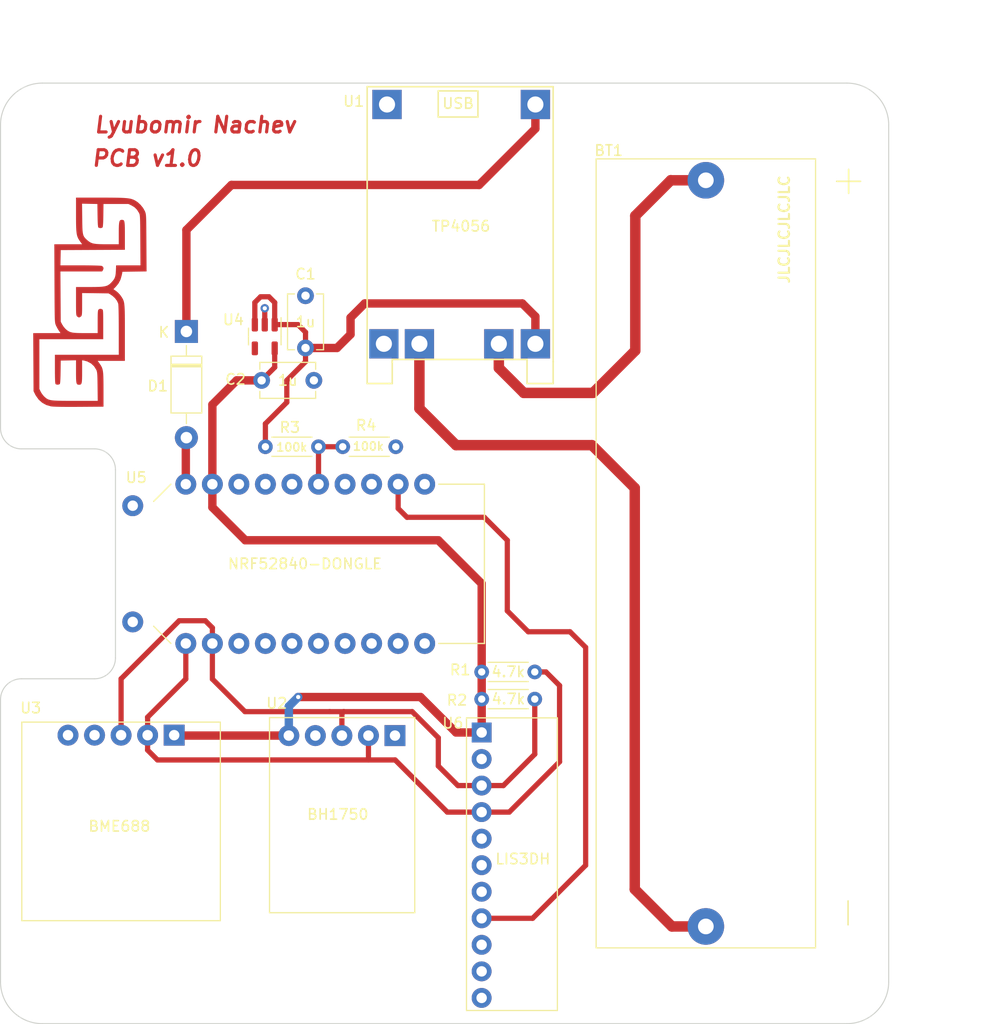
<source format=kicad_pcb>
(kicad_pcb (version 20211014) (generator pcbnew)
  (layers (0 "F.Cu" signal) (31 "B.Cu" power) (34 "B.Paste" user) (35 "F.Paste" user) (36 "B.SilkS" user "B.Silkscreen") (37 "F.SilkS" user "F.Silkscreen") (38 "B.Mask" user) (39 "F.Mask" user) (44 "Edge.Cuts" user))
  (net 0 "")
  (net 1 "VCC")
  (net 2 "GNDD")
  (net 3 "+3V0")
  (net 4 "Net-(D1-Pad1)")
  (net 5 "VBUS")
  (net 6 "/SDA")
  (net 7 "/SCL")
  (net 8 "Net-(R3-Pad2)")
  (net 14 "/INT1")
  (net 32 "Net-(BT1-Pad1)")
  (net 33 "Net-(BT1-Pad2)")
  (footprint "MountingHole:MountingHole_2.5mm" (layer "F.Cu") (at 104 146)
    (fp_text reference "H4" hide)
    (fp_text value "MountingHole" hide)
    (pad "" np_thru_hole circle locked (at 0 0) (size 2.5 2.5) (drill 2.5) (layers F&B.Cu *.Mask))
  )
  (footprint "MountingHole:MountingHole_2.5mm" (layer "F.Cu") (at 104 64)
    (fp_text reference "H1" hide)
    (fp_text value "MountingHole" hide)
    (pad "" np_thru_hole circle locked (at 0 0) (size 2.5 2.5) (drill 2.5) (layers F&B.Cu *.Mask))
  )
  (footprint "custom:Slot" (layer "F.Cu") (at 152.5 106)
    (fp_text reference "H5" hide)
    (fp_text value "MountingHole" hide)
    (pad "" np_thru_hole oval (at 0 0) (size 3 7) (drill oval 3 7) (layers F&B.Cu *.Mask))
  )
  (footprint "Capacitor_THT:C_Disc_D5.1mm_W3.2mm_P5.00mm" (layer "F.Cu") (at 124.988 88.446)
    (fp_text reference "C2" (at -2.5 -0.1) (layer "F.SilkS"))
    (fp_text value "1u" (at 2.5 0) (layer "F.SilkS"))
    (fp_line (start -0.17 -1.721) (end 5.17 -1.721) (layer "F.SilkS") (width 0.12))
    (fp_line (start -0.17 1.055) (end -0.17 1.721) (layer "F.SilkS") (width 0.12))
    (fp_line (start -0.17 -1.721) (end -0.17 -1.055) (layer "F.SilkS") (width 0.12))
    (fp_line (start 5.17 1.055) (end 5.17 1.721) (layer "F.SilkS") (width 0.12))
    (fp_line (start -0.17 1.721) (end 5.17 1.721) (layer "F.SilkS") (width 0.12))
    (fp_line (start 5.17 -1.721) (end 5.17 -1.055) (layer "F.SilkS") (width 0.12))
    (pad "1" thru_hole circle locked (at 0 0) (size 1.6 1.6) (drill 0.8) (layers F&B.Cu *.Mask) (net 3 "+3V0"))
    (pad "2" thru_hole circle locked (at 5 0) (size 1.6 1.6) (drill 0.8) (layers F&B.Cu *.Mask) (net 2 "GNDD"))
  )
  (footprint "Package_TO_SOT_SMD:SOT-23-5" (layer "F.Cu") (at 125.288 84.246 -90)
    (fp_text reference "U4" (at -1.6 3) (layer "F.SilkS"))
    (fp_text value "BU30TD3WG" hide)
    (fp_line (start 0 -1.56) (end -1.8 -1.56) (layer "F.SilkS") (width 0.12))
    (fp_line (start 0 1.56) (end -0.8 1.56) (layer "F.SilkS") (width 0.12))
    (fp_line (start 0 -1.56) (end 0.8 -1.56) (layer "F.SilkS") (width 0.12))
    (fp_line (start 0 1.56) (end 0.8 1.56) (layer "F.SilkS") (width 0.12))
    (pad "1" smd roundrect locked (at -1.1375 -0.95 270) (size 1.325 0.6) (layers "F.Cu" "F.Paste" "F.Mask") (net 1 "VCC"))
    (pad "2" smd roundrect locked (at -1.1375 0 270) (size 1.325 0.6) (layers "F.Cu" "F.Paste" "F.Mask") (net 2 "GNDD"))
    (pad "3" smd roundrect locked (at -1.1375 0.95 270) (size 1.325 0.6) (layers "F.Cu" "F.Paste" "F.Mask") (net 1 "VCC"))
    (pad "4" smd roundrect locked (at 1.1375 0.95 270) (size 1.325 0.6) (layers "F.Cu" "F.Paste" "F.Mask"))
    (pad "5" smd roundrect locked (at 1.1375 -0.95 270) (size 1.325 0.6) (layers "F.Cu" "F.Paste" "F.Mask") (net 3 "+3V0"))
  )
  (footprint "custom:LIS3DH" (layer "F.Cu") (at 153.293 120.741 -90)
    (fp_text reference "U6" (at 0.505 10.005 unlocked) (layer "F.SilkS"))
    (fp_text value "LIS3DH" (at 13.505 3.305 unlocked) (layer "F.SilkS"))
    (fp_line (start 28 8.7) (end 28 0) (layer "F.SilkS") (width 0.12))
    (fp_line (start 0 8.7) (end 28 8.7) (layer "F.SilkS") (width 0.12))
    (fp_line (start 0 0) (end 28 0) (layer "F.SilkS") (width 0.12))
    (fp_line (start 0 0) (end 0 8.7) (layer "F.SilkS") (width 0.12))
    (pad "1" thru_hole rect locked (at 1.397 7.25) (size 1.9 1.9) (drill 1) (layers *.Cu *.Mask) (net 3 "+3V0"))
    (pad "2" thru_hole circle locked (at 3.937 7.25) (size 1.9 1.9) (drill 1) (layers *.Cu *.Mask) (net 2 "GNDD"))
    (pad "3" thru_hole circle locked (at 6.477 7.25) (size 1.9 1.9) (drill 1) (layers *.Cu *.Mask) (net 7 "/SCL"))
    (pad "4" thru_hole circle locked (at 9.017 7.25) (size 1.9 1.9) (drill 1) (layers *.Cu *.Mask) (net 6 "/SDA"))
    (pad "5" thru_hole circle locked (at 11.557 7.25) (size 1.9 1.9) (drill 1) (layers *.Cu *.Mask))
    (pad "6" thru_hole circle locked (at 14.097 7.25) (size 1.9 1.9) (drill 1) (layers *.Cu *.Mask))
    (pad "7" thru_hole circle locked (at 16.637 7.25) (size 1.9 1.9) (drill 1) (layers *.Cu *.Mask))
    (pad "8" thru_hole circle locked (at 19.177 7.25) (size 1.9 1.9) (drill 1) (layers *.Cu *.Mask) (net 14 "/INT1"))
    (pad "9" thru_hole circle locked (at 21.717 7.25) (size 1.9 1.9) (drill 1) (layers *.Cu *.Mask))
    (pad "10" thru_hole circle locked (at 24.257 7.25) (size 1.9 1.9) (drill 1) (layers *.Cu *.Mask))
    (pad "11" thru_hole circle locked (at 26.797 7.25) (size 1.9 1.9) (drill 1) (layers *.Cu *.Mask))
  )
  (footprint "custom:BH1750" (layer "F.Cu") (at 139.643 139.3855 180)
    (fp_text reference "U2" (at 13.205 20.0395 unlocked) (layer "F.SilkS"))
    (fp_text value "BH1750" (at 7.363 9.409 unlocked) (layer "F.SilkS"))
    (fp_line (start 13.9 0) (end 13.9 18.669) (layer "F.SilkS") (width 0.12))
    (fp_line (start 0 0) (end 0 18.669) (layer "F.SilkS") (width 0.12))
    (fp_line (start 0 0) (end 13.9 0) (layer "F.SilkS") (width 0.12))
    (fp_line (start 0 18.669) (end 13.9 18.669) (layer "F.SilkS") (width 0.12))
    (pad "1" thru_hole rect locked (at 1.893 16.95 270) (size 2 2) (drill 1) (layers *.Cu *.Mask))
    (pad "2" thru_hole oval locked (at 4.433 16.95 270) (size 2 2) (drill 1) (layers *.Cu *.Mask) (net 6 "/SDA"))
    (pad "3" thru_hole oval locked (at 6.973 16.95 270) (size 2 2) (drill 1) (layers *.Cu *.Mask) (net 7 "/SCL"))
    (pad "4" thru_hole oval locked (at 9.513 16.95 270) (size 2 2) (drill 1) (layers *.Cu *.Mask) (net 2 "GNDD"))
    (pad "5" thru_hole oval locked (at 12.053 16.95 270) (size 2 2) (drill 1) (layers *.Cu *.Mask) (net 3 "+3V0"))
  )
  (footprint "custom:BHC-18650-1P" (layer "F.Cu") (at 167.5 105 -90)
    (fp_text reference "BT1" (at -38.55 9.3 unlocked) (layer "F.SilkS"))
    (fp_text value "3.7V Li-ion")
    (fp_text user "+" (at -35.6 -13.9 -90 unlocked) (layer "F.SilkS") (effects (font (size 3 3))))
    (fp_text user "-" (at 34.4 -13.85 -90 unlocked) (layer "F.SilkS") (effects (font (size 3 3))))
    (fp_line (start -37.75 10.5) (end -37.75 -10.5) (layer "F.SilkS") (width 0.12))
    (fp_line (start -37.75 -10.5) (end 37.75 -10.5) (layer "F.SilkS") (width 0.12))
    (fp_line (start 37.75 10.5) (end 37.75 -10.5) (layer "F.SilkS") (width 0.12))
    (fp_line (start -37.75 10.5) (end 37.75 10.5) (layer "F.SilkS") (width 0.12))
    (pad "" np_thru_hole circle (at -27 0 270) (size 3 3) (drill 3) (layers F&B.Cu *.Mask))
    (pad "" np_thru_hole circle (at 27 0 270) (size 3 3) (drill 3) (layers F&B.Cu *.Mask))
    (pad "1" thru_hole oval (at -35.7 0 270) (size 3.5 3.5) (drill 1.5) (layers *.Cu *.Mask) (net 32 "Net-(BT1-Pad1)"))
    (pad "2" thru_hole oval (at 35.7 0 270) (size 3.5 3.5) (drill 1.5) (layers *.Cu *.Mask) (net 33 "Net-(BT1-Pad2)"))
  )
  (footprint "MountingHole:MountingHole_2.5mm" (layer "F.Cu") (at 181 146)
    (fp_text reference "H3" hide)
    (fp_text value "MountingHole" hide)
    (pad "" np_thru_hole circle locked (at 0 0) (size 2.5 2.5) (drill 2.5) (layers F&B.Cu *.Mask))
  )
  (footprint "Resistor_THT:R_Axial_DIN0204_L3.6mm_D1.6mm_P5.08mm_Horizontal" (layer "F.Cu") (at 151.128 118.946 180)
    (fp_text reference "R2" (at 7.44 -0.1 180) (layer "F.SilkS"))
    (fp_text value "4.7k" (at 2.526 0.012) (layer "F.SilkS"))
    (fp_line (start 0.62 -0.92) (end 4.46 -0.92) (layer "F.SilkS") (width 0.12))
    (fp_line (start 0.62 0.92) (end 4.46 0.92) (layer "F.SilkS") (width 0.12))
    (pad "1" thru_hole circle locked (at 0 0 180) (size 1.4 1.4) (drill 0.7) (layers *.Cu *.Mask) (net 7 "/SCL"))
    (pad "2" thru_hole oval locked (at 5.08 0 180) (size 1.4 1.4) (drill 0.7) (layers *.Cu *.Mask) (net 3 "+3V0"))
  )
  (footprint "MountingHole:MountingHole_2.5mm" (layer "F.Cu") (at 181 64)
    (fp_text reference "H2" hide)
    (fp_text value "MountingHole" hide)
    (pad "" np_thru_hole circle locked (at 0 0) (size 2.5 2.5) (drill 2.5) (layers F&B.Cu *.Mask))
  )
  (footprint "LOGO" (layer "F.Cu") (at 108.5 81 90)
    (fp_text reference "G***" hide)
    (fp_text value "LOGO" hide)
    (fp_poly (pts (xy -2.922594 -2.758074) (xy -2.675187 -2.928295) (xy -2.472794 -3.052527) (xy -2.247305 -3.169709) (xy -2.157091 -3.209822) (xy -2.102394 -3.231309) (xy -2.04506 -3.24988) (xy -1.977224 -3.265785) (xy -1.89102 -3.279272) (xy -1.778584 -3.29059) (xy -1.632051 -3.299988) (xy -1.443555 -3.307714) (xy -1.205231 -3.314018) (xy -0.909213 -3.319147) (xy -0.547638 -3.323351) (xy -0.11264 -3.326879) (xy 0.403647 -3.329979) (xy 1.009087 -3.3329) (xy 1.711546 -3.33589) (xy 1.846548 -3.336445) (xy 5.579498 -3.351761) (xy 5.579498 -0.690972) (xy 5.846631 -0.882888) (xy 5.995273 -0.984915) (xy 6.137142 -1.067652) (xy 6.285265 -1.133098) (xy 6.452667 -1.183256) (xy 6.652372 -1.220127) (xy 6.897406 -1.245712) (xy 7.200795 -1.262013) (xy 7.575564 -1.271031) (xy 8.034738 -1.274768) (xy 8.40055 -1.275314) (xy 10.043096 -1.275314) (xy 10.042694 1.049477) (xy 10.041809 1.676638) (xy 10.038866 2.207705) (xy 10.03309 2.652854) (xy 10.0237 3.022262) (xy 10.00992 3.326101) (xy 9.990971 3.57455) (xy 9.966075 3.777781) (xy 9.934454 3.945972) (xy 9.895329 4.089297) (xy 9.847923 4.217931) (xy 9.791458 4.342051) (xy 9.790797 4.343401) (xy 9.609352 4.625099) (xy 9.356115 4.899635) (xy 9.063172 5.137398) (xy 8.762609 5.308779) (xy 8.729766 5.322587) (xy 8.659571 5.350268) (xy 8.591422 5.373546) (xy 8.515772 5.39286) (xy 8.423074 5.408651) (xy 8.303782 5.421359) (xy 8.148351 5.431423) (xy 7.947232 5.439283) (xy 7.690881 5.445379) (xy 7.36975 5.450152) (xy 6.974294 5.45404) (xy 6.494965 5.457485) (xy 5.922218 5.460925) (xy 5.700101 5.462197) (xy 2.977817 5.477741) (xy 2.949163 3.170971) (xy 2.612041 3.102236) (xy 2.18698 2.979408) (xy 1.827231 2.791804) (xy 1.531765 2.551662) (xy 1.277304 2.306394) (xy 1.10361 2.564288) (xy 0.954144 2.744207) (xy 0.756526 2.927751) (xy 0.619019 3.031333) (xy 0.500396 3.110399) (xy 0.392212 3.177296) (xy 0.284769 3.233041) (xy 0.168366 3.278651) (xy 0.033305 3.315142) (xy -0.130114 3.343532) (xy -0.331591 3.364838) (xy -0.580824 3.380076) (xy -0.887514 3.390263) (xy -1.26136 3.396415) (xy -1.71206 3.399551) (xy -2.249316 3.400686) (xy -2.882825 3.400837) (xy -5.579498 3.400837) (xy -5.579498 0.797248) (xy -5.831904 0.978084) (xy -5.974974 1.076746) (xy -6.109336 1.156562) (xy -6.248082 1.219518) (xy -6.404303 1.2676) (xy -6.591093 1.302795) (xy -6.821543 1.32709) (xy -7.108745 1.34247) (xy -7.465791 1.350923) (xy -7.905774 1.354434) (xy -8.316109 1.355021) (xy -9.963389 1.355021) (xy -9.966955 0.803603) (xy -9.40544 0.803603) (xy -8.037134 0.787052) (xy -7.615333 0.781391) (xy -7.285378 0.775067) (xy -7.03284 0.766922) (xy -6.84329 0.755799) (xy -6.702299 0.740539) (xy -6.595438 0.719986) (xy -6.508278 0.692981) (xy -6.426391 0.658367) (xy -6.424957 0.657705) (xy -6.095152 0.44856) (xy -5.830588 0.163139) (xy -5.643024 -0.182996) (xy -5.5566 -0.491527) (xy -5.521544 -0.690795) (xy -6.609487 -0.690795) (xy -7.006659 -0.692151) (xy -7.310103 -0.698164) (xy -7.532352 -0.711753) (xy -7.685943 -0.735838) (xy -7.783407 -0.773338) (xy -7.83728 -0.827171) (xy -7.860095 -0.900256) (xy -7.864435 -0.983054) (xy -7.858606 -1.07558) (xy -7.832759 -1.146263) (xy -7.774356 -1.198025) (xy -7.670859 -1.233789) (xy -7.509729 -1.256477) (xy -7.278428 -1.26901) (xy -6.964419 -1.274311) (xy -6.610396 -1.275314) (xy -5.523361 -1.275314) (xy -5.538145 -2.005962) (xy -5.552929 -2.736611) (xy -6.638176 -2.751025) (xy -7.049204 -2.759394) (xy -7.376994 -2.772266) (xy -7.615162 -2.789237) (xy -7.757323 -2.809906) (xy -7.793929 -2.823954) (xy -7.850449 -2.928628) (xy -7.860299 -3.073382) (xy -7.822552 -3.202369) (xy -7.80067 -3.230795) (xy -7.745006 -3.252121) (xy -7.620483 -3.268707) (xy -7.419369 -3.280896) (xy -7.133932 -3.289032) (xy -6.756438 -3.293458) (xy -6.365942 -3.29456) (xy -4.994979 -3.29456) (xy -4.994979 2.816318) (xy -2.64362 2.816022) (xy -2.044032 2.814659) (xy -1.511768 2.810826) (xy -1.053402 2.804664) (xy -0.675513 2.796317) (xy -0.384677 2.785926) (xy -0.18747 2.773635) (xy -0.094334 2.760757) (xy 0.160844 2.646258) (xy 0.415289 2.456091) (xy 0.637113 2.216193) (xy 0.716225 2.101468) (xy 0.876778 1.841961) (xy 0.908716 -0.690795) (xy -0.15673 -0.690795) (xy -0.520871 -0.691433) (xy -0.793855 -0.694261) (xy -0.990797 -0.700651) (xy -1.126812 -0.711973) (xy -1.217016 -0.729599) (xy -1.276524 -0.754898) (xy -1.320453 -0.789243) (xy -1.328452 -0.797071) (xy -1.42119 -0.932331) (xy -1.410448 -1.06072) (xy -1.328452 -1.169037) (xy -1.290742 -1.201602) (xy -1.242042 -1.226747) (xy -1.169223 -1.245428) (xy -1.059155 -1.2586) (xy -0.898711 -1.267218) (xy -0.67476 -1.272237) (xy -0.374174 -1.274611) (xy 0.016177 -1.275295) (xy 0.132845 -1.275314) (xy 1.487866 -1.275314) (xy 1.487866 0.024576) (xy 1.489972 0.498445) (xy 1.498269 0.880199) (xy 1.515721 1.183948) (xy 1.545295 1.423804) (xy 1.589956 1.61388) (xy 1.652669 1.768286) (xy 1.736401 1.901134) (xy 1.844116 2.026535) (xy 1.925747 2.108182) (xy 2.125911 2.285321) (xy 2.3123 2.405325) (xy 2.51598 2.480227) (xy 2.768019 2.522059) (xy 3.042154 2.540543) (xy 3.560251 2.562988) (xy 3.560251 4.892798) (xy 5.964749 4.877466) (xy 6.533011 4.873722) (xy 7.00497 4.870058) (xy 7.390597 4.865972) (xy 7.699863 4.860959) (xy 7.942739 4.854518) (xy 8.129196 4.846144) (xy 8.269205 4.835335) (xy 8.372737 4.821587) (xy 8.449764 4.804399) (xy 8.510257 4.783265) (xy 8.564186 4.757685) (xy 8.587988 4.745113) (xy 8.882554 4.558238) (xy 9.100128 4.34489) (xy 9.269956 4.075795) (xy 9.283163 4.049339) (xy 9.432008 3.746234) (xy 9.432008 1.355021) (xy 8.346761 1.340607) (xy 7.935733 1.332238) (xy 7.607943 1.319366) (xy 7.369775 1.302394) (xy 7.227614 1.281726) (xy 7.191008 1.267678) (xy 7.134285 1.162723) (xy 7.124867 1.018613) (xy 7.162756 0.891357) (xy 7.191008 0.857845) (xy 7.272329 0.835147) (xy 7.453499 0.815903) (xy 7.728132 0.800516) (xy 8.089844 0.78939) (xy 8.346761 0.784916) (xy 9.432008 0.770502) (xy 9.446813 0.036674) (xy 9.461618 -0.697155) (xy 8.038654 -0.68069) (xy 7.574074 -0.674487) (xy 7.201881 -0.66558) (xy 6.908186 -0.65063) (xy 6.6791 -0.626298) (xy 6.500737 -0.589246) (xy 6.359208 -0.536135) (xy 6.240624 -0.463626) (xy 6.131098 -0.368382) (xy 6.016741 -0.247063) (xy 5.957689 -0.180444) (xy 5.842738 -0.039545) (xy 5.753401 0.100948) (xy 5.686541 0.256719) (xy 5.639021 0.443453) (xy 5.607703 0.676835) (xy 5.589449 0.97255) (xy 5.581121 1.346282) (xy 5.579498 1.710063) (xy 5.579498 2.816318) (xy 6.630436 2.816318) (xy 7.035846 2.818511) (xy 7.347136 2.826917) (xy 7.576408 2.844275) (xy 7.73576 2.873327) (xy 7.837293 2.916811) (xy 7.893106 2.977469) (xy 7.915301 3.058039) (xy 7.917573 3.107795) (xy 7.913637 3.192937) (xy 7.894193 3.259773) (xy 7.847784 3.310515) (xy 7.762955 3.347373) (xy 7.628249 3.37256) (xy 7.432211 3.388288) (xy 7.163386 3.396769) (xy 6.810316 3.400214) (xy 6.399774 3.400837) (xy 5.04898 3.400837) (xy 5.021548 -2.736611) (xy 4.290899 -2.751395) (xy 3.560251 -2.766179) (xy 3.560251 -0.855168) (xy 3.558882 -0.399203) (xy 3.554981 0.022922) (xy 3.548849 0.398793) (xy 3.540794 0.715996) (xy 3.531117 0.96212) (xy 3.520125 1.124751) (xy 3.510157 1.187601) (xy 3.414126 1.318497) (xy 3.27354 1.361522) (xy 3.112955 1.30954) (xy 3.105975 1.305065) (xy 2.975732 1.219726) (xy 2.975732 -2.768216) (xy 0.571234 -2.752414) (xy -1.833264 -2.736611) (xy -2.10628 -2.592606) (xy -2.302315 -2.46608) (xy -2.49227 -2.307126) (xy -2.568354 -2.227728) (xy -2.675625 -2.093608) (xy -2.758984 -1.961751) (xy -2.821389 -1.816585) (xy -2.865795 -1.642539) (xy -2.895161 -1.424039) (xy -2.912445 -1.145515) (xy -2.920603 -0.791393) (xy -2.922594 -0.3625) (xy -2.922594 0.797071) (xy -1.83706 0.797071) (xy -1.460839 0.798183) (xy -1.17689 0.802182) (xy -0.971224 0.81007) (xy -0.829855 0.822844) (xy -0.738793 0.841504) (xy -0.684052 0.86705) (xy -0.668022 0.880574) (xy -0.591513 1.013014) (xy -0.612942 1.169326) (xy -0.639527 1.225669) (xy -0.661032 1.256613) (xy -0.696666 1.280644) (xy -0.758809 1.298631) (xy -0.859839 1.311446) (xy -1.012135 1.31996) (xy -1.228075 1.325042) (xy -1.520037 1.327564) (xy -1.900401 1.328397) (xy -2.100824 1.328452) (xy -3.507113 1.328452) (xy -3.507113 -4.782427) (xy -5.885042 -4.781907) (xy -8.262971 -4.781388) (xy -8.528661 -4.657114) (xy -8.718832 -4.543626) (xy -8.916181 -4.3885) (xy -9.016631 -4.290713) (xy -9.106619 -4.18959) (xy -9.181539 -4.092709) (xy -9.24277 -3.989611) (xy -9.291691 -3.869836) (xy -9.329682 -3.722926) (xy -9.358121 -3.538422) (xy -9.378388 -3.305864) (xy -9.391863 -3.014793) (xy -9.399923 -2.65475) (xy -9.403948 -2.215277) (xy -9.405318 -1.685914) (xy -9.40544 -1.34211) (xy -9.40544 0.803603) (xy -9.966955 0.803603) (xy -9.97851 -0.983054) (xy -9.981361 -1.670357) (xy -9.980438 -2.262126) (xy -9.975774 -2.756334) (xy -9.967401 -3.150954) (xy -9.955354 -3.443957) (xy -9.939664 -3.633317) (xy -9.934834 -3.66626) (xy -9.806832 -4.11648) (xy -9.587721 -4.51489) (xy -9.282662 -4.854698) (xy -8.896816 -5.129111) (xy -8.77422 -5.193688) (xy -8.475523 -5.340376) (xy -5.699059 -5.355466) (xy -2.922594 -5.370555)) (layer "F.Cu") (width 0) (fill solid))
  )
  (footprint "Resistor_THT:R_Axial_DIN0204_L3.6mm_D1.6mm_P5.08mm_Horizontal" (layer "F.Cu") (at 137.828 94.796 180)
    (fp_text reference "R4" (at 2.84 2.05 180) (layer "F.SilkS"))
    (fp_text value "100k" (at 2.63 0.036 180) (layer "F.SilkS") (effects (font (size 0.8 0.8))))
    (fp_line (start 0.62 0.92) (end 4.46 0.92) (layer "F.SilkS") (width 0.12))
    (fp_line (start 0.62 -0.92) (end 4.46 -0.92) (layer "F.SilkS") (width 0.12))
    (pad "1" thru_hole circle locked (at 0 0 180) (size 1.4 1.4) (drill 0.7) (layers *.Cu *.Mask) (net 2 "GNDD"))
    (pad "2" thru_hole oval locked (at 5.08 0 180) (size 1.4 1.4) (drill 0.7) (layers *.Cu *.Mask) (net 8 "Net-(R3-Pad2)"))
  )
  (footprint "Resistor_THT:R_Axial_DIN0204_L3.6mm_D1.6mm_P5.08mm_Horizontal" (layer "F.Cu") (at 125.348 94.796)
    (fp_text reference "R3" (at 2.34 -1.85) (layer "F.SilkS"))
    (fp_text value "100k" (at 2.52 0.05) (layer "F.SilkS") (effects (font (size 0.8 0.8))))
    (fp_line (start 0.62 0.92) (end 4.46 0.92) (layer "F.SilkS") (width 0.12))
    (fp_line (start 0.62 -0.92) (end 4.46 -0.92) (layer "F.SilkS") (width 0.12))
    (pad "1" thru_hole circle locked (at 0 0) (size 1.4 1.4) (drill 0.7) (layers *.Cu *.Mask) (net 1 "VCC"))
    (pad "2" thru_hole oval locked (at 5.08 0) (size 1.4 1.4) (drill 0.7) (layers *.Cu *.Mask) (net 8 "Net-(R3-Pad2)"))
  )
  (footprint "custom:MODULE_NRF52840-DONGLE" (layer "F.Cu") (at 123.288 106 180)
    (fp_text reference "U5" (at 10.3 8.254) (layer "F.SilkS"))
    (fp_text value "NRF52840-DONGLE" (at -5.842 0) (layer "F.SilkS"))
    (fp_line (start -23.02 7.62) (end -18.65 7.62) (layer "F.SilkS") (width 0.127))
    (fp_line (start 6.985 -7.62) (end 8.636 -5.969) (layer "F.SilkS") (width 0.12))
    (fp_line (start -23.02 -7.62) (end -23.02 7.62) (layer "F.SilkS") (width 0.127))
    (fp_line (start 6.985 7.62) (end 8.636 5.969) (layer "F.SilkS") (width 0.12))
    (fp_line (start -18.65 -7.62) (end -23.02 -7.62) (layer "F.SilkS") (width 0.127))
    (pad "0.02" thru_hole circle locked (at -7.145 7.62 180) (size 2 2) (drill 1) (layers F&B.Cu *.Mask) (net 8 "Net-(R3-Pad2)"))
    (pad "0.09" thru_hole circle locked (at -12.225 -7.62 180) (size 2 2) (drill 1) (layers F&B.Cu *.Mask))
    (pad "0.10" thru_hole circle locked (at -14.765 -7.62 180) (size 2 2) (drill 1) (layers F&B.Cu *.Mask))
    (pad "0.13" thru_hole circle locked (at 5.555 -7.62 180) (size 2 2) (drill 1) (layers F&B.Cu *.Mask) (net 6 "/SDA"))
    (pad "0.15" thru_hole circle locked (at 3.015 -7.62 180) (size 2 2) (drill 1) (layers F&B.Cu *.Mask) (net 7 "/SCL"))
    (pad "0.17" thru_hole circle locked (at 0.475 -7.62 180) (size 2 2) (drill 1) (layers F&B.Cu *.Mask))
    (pad "0.20" thru_hole circle locked (at -2.065 -7.62 180) (size 2 2) (drill 1) (layers F&B.Cu *.Mask))
    (pad "0.22" thru_hole circle locked (at -4.605 -7.62 180) (size 2 2) (drill 1) (layers F&B.Cu *.Mask))
    (pad "0.24" thru_hole circle locked (at -7.145 -7.62 180) (size 2 2) (drill 1) (layers F&B.Cu *.Mask))
    (pad "0.29" thru_hole circle locked (at -4.605 7.62 180) (size 2 2) (drill 1) (layers F&B.Cu *.Mask))
    (pad "0.31" thru_hole circle locked (at -2.065 7.62 180) (size 2 2) (drill 1) (layers F&B.Cu *.Mask))
    (pad "1.00" thru_hole circle locked (at -9.685 -7.62 180) (size 2 2) (drill 1) (layers F&B.Cu *.Mask))
    (pad "1.10" thru_hole circle locked (at -14.765 7.62 180) (size 2 2) (drill 1) (layers F&B.Cu *.Mask) (net 14 "/INT1"))
    (pad "1.13" thru_hole circle locked (at -12.225 7.62 180) (size 2 2) (drill 1) (layers F&B.Cu *.Mask))
    (pad "1.15" thru_hole circle locked (at -9.685 7.62 180) (size 2 2) (drill 1) (layers F&B.Cu *.Mask))
    (pad "G1" thru_hole circle locked (at -17.305 -7.62 180) (size 2 2) (drill 1) (layers F&B.Cu *.Mask) (net 2 "GNDD"))
    (pad "G2" thru_hole circle locked (at -17.305 7.62 180) (size 2 2) (drill 1) (layers F&B.Cu *.Mask) (net 2 "GNDD"))
    (pad "G3" thru_hole circle locked (at 0.475 7.62 180) (size 2 2) (drill 1) (layers F&B.Cu *.Mask) (net 2 "GNDD"))
    (pad "OUT" thru_hole circle locked (at 3.015 7.62 180) (size 2 2) (drill 1) (layers F&B.Cu *.Mask) (net 3 "+3V0"))
    (pad "SWDCLK" thru_hole circle locked (at 10.635 5.56 180) (size 2 2) (drill 1) (layers F&B.Cu *.Mask))
    (pad "SWDIO" thru_hole circle locked (at 10.635 -5.56 180) (size 2 2) (drill 1) (layers F&B.Cu *.Mask))
    (pad "VBUS" thru_hole circle locked (at 5.555 7.62 180) (size 2 2) (drill 1) (layers F&B.Cu *.Mask) (net 5 "VBUS"))
  )
  (footprint "custom:BME688" (layer "F.Cu") (at 111.538 130.646 180)
    (fp_text reference "U3" (at 8.65 10.85 unlocked) (layer "F.SilkS"))
    (fp_text value "BME688" (at 0.16 -0.47 unlocked) (layer "F.SilkS"))
    (fp_line (start -9.5 9.5) (end 9.5 9.5) (layer "F.SilkS") (width 0.12))
    (fp_line (start -9.5 -9.5) (end 9.5 -9.5) (layer "F.SilkS") (width 0.12))
    (fp_line (start -9.5 -9.5) (end -9.5 9.5) (layer "F.SilkS") (width 0.12))
    (fp_line (start 9.5 -9.5) (end 9.5 9.5) (layer "F.SilkS") (width 0.12))
    (pad "1" thru_hole rect locked (at -5.08 8.25 270) (size 2 2) (drill 1) (layers *.Cu *.Mask) (net 3 "+3V0"))
    (pad "2" thru_hole oval locked (at -2.54 8.25 270) (size 2 2) (drill 1) (layers *.Cu *.Mask) (net 6 "/SDA"))
    (pad "3" thru_hole oval locked (at 0 8.25 270) (size 2 2) (drill 1) (layers *.Cu *.Mask) (net 7 "/SCL"))
    (pad "4" thru_hole oval locked (at 2.54 8.25 270) (size 2 2) (drill 1) (layers *.Cu *.Mask))
    (pad "5" thru_hole oval locked (at 5.08 8.25 270) (size 2 2) (drill 1) (layers *.Cu *.Mask) (net 2 "GNDD"))
  )
  (footprint "custom:TP4056-18650" (layer "F.Cu") (at 152.888 60.346 -90)
    (fp_text reference "U1" (at 1.4 19.09) (layer "F.SilkS"))
    (fp_text value "TP4056" (at 13.3505 8.8125) (layer "F.SilkS"))
    (fp_text user "USB" (at 1.6 9.1) (layer "F.SilkS"))
    (fp_line (start 28.4 15.4) (end 28.4 15.7) (layer "F.SilkS") (width 0.15))
    (fp_line (start 26.1 2.5) (end 26.1 15.4) (layer "F.SilkS") (width 0.15))
    (fp_line (start 2.9 11) (end 0.4 11) (layer "F.SilkS") (width 0.15))
    (fp_line (start 0.4 7.2) (end 2.9 7.2) (layer "F.SilkS") (width 0.15))
    (fp_line (start 28.4 17.8) (end 0 17.8) (layer "F.SilkS") (width 0.15))
    (fp_line (start 26.3 0) (end 28.4 0) (layer "F.SilkS") (width 0.15))
    (fp_line (start 0 0) (end 26.3 0) (layer "F.SilkS") (width 0.15))
    (fp_line (start 28.4 0) (end 28.4 2.5) (layer "F.SilkS") (width 0.15))
    (fp_line (start 28.4 2.5) (end 26.1 2.5) (layer "F.SilkS") (width 0.15))
    (fp_line (start 28.4 15.7) (end 28.4 17.8) (layer "F.SilkS") (width 0.15))
    (fp_line (start 2.9 7.2) (end 2.9 11) (layer "F.SilkS") (width 0.15))
    (fp_line (start 26.1 15.4) (end 26.4 15.4) (layer "F.SilkS") (width 0.15))
    (fp_line (start 0 17.8) (end 0 0) (layer "F.SilkS") (width 0.15))
    (fp_line (start 26.3 15.4) (end 28.4 15.4) (layer "F.SilkS") (width 0.15))
    (fp_line (start 0.4 11) (end 0.4 7.3) (layer "F.SilkS") (width 0.15))
    (pad "1" thru_hole rect locked (at 1.7 1.7 270) (size 2.8 2.8) (drill 1.54) (layers F&B.Cu *.Mask) (net 4 "Net-(D1-Pad1)"))
    (pad "2" thru_hole rect locked (at 1.7 15.9 270) (size 2.8 2.8) (drill 1.54) (layers F&B.Cu *.Mask) (net 2 "GNDD"))
    (pad "3" thru_hole rect locked (at 24.6 1.7 270) (size 2.8 2.8) (drill 1.54) (layers F&B.Cu *.Mask) (net 1 "VCC"))
    (pad "4" thru_hole rect locked (at 24.6 5.2 270) (size 2.8 2.8) (drill 1.54) (layers F&B.Cu *.Mask) (net 32 "Net-(BT1-Pad1)"))
    (pad "5" thru_hole rect locked (at 24.6 12.8 270) (size 2.8 2.8) (drill 1.54) (layers F&B.Cu *.Mask) (net 33 "Net-(BT1-Pad2)"))
    (pad "6" thru_hole rect locked (at 24.6 16.2 270) (size 2.8 2.8) (drill 1.54) (layers F&B.Cu *.Mask) (net 2 "GNDD"))
  )
  (footprint "Capacitor_THT:C_Disc_D5.1mm_W3.2mm_P5.00mm" (layer "F.Cu") (at 129.188 85.346 90)
    (fp_text reference "C1" (at 7.072 0) (layer "F.SilkS"))
    (fp_text value "1u" (at 2.5 0 180) (layer "F.SilkS"))
    (fp_line (start -0.17 1.721) (end 5.17 1.721) (layer "F.SilkS") (width 0.12))
    (fp_line (start 5.17 -1.721) (end 5.17 -1.055) (layer "F.SilkS") (width 0.12))
    (fp_line (start -0.17 -1.721) (end 5.17 -1.721) (layer "F.SilkS") (width 0.12))
    (fp_line (start -0.17 -1.721) (end -0.17 -1.055) (layer "F.SilkS") (width 0.12))
    (fp_line (start 5.17 1.055) (end 5.17 1.721) (layer "F.SilkS") (width 0.12))
    (fp_line (start -0.17 1.055) (end -0.17 1.721) (layer "F.SilkS") (width 0.12))
    (pad "1" thru_hole circle locked (at 0 0 90) (size 1.6 1.6) (drill 0.8) (layers F&B.Cu *.Mask) (net 1 "VCC"))
    (pad "2" thru_hole circle locked (at 5 0 90) (size 1.6 1.6) (drill 0.8) (layers F&B.Cu *.Mask) (net 2 "GNDD"))
  )
  (footprint "Resistor_THT:R_Axial_DIN0204_L3.6mm_D1.6mm_P5.08mm_Horizontal" (layer "F.Cu") (at 146.048 116.346)
    (fp_text reference "R1" (at -2.06 -0.2) (layer "F.SilkS"))
    (fp_text value "4.7k" (at 2.54 -0.012) (layer "F.SilkS"))
    (fp_line (start 0.62 0.92) (end 4.46 0.92) (layer "F.SilkS") (width 0.12))
    (fp_line (start 0.62 -0.92) (end 4.46 -0.92) (layer "F.SilkS") (width 0.12))
    (pad "1" thru_hole circle locked (at 0 0) (size 1.4 1.4) (drill 0.7) (layers *.Cu *.Mask) (net 3 "+3V0"))
    (pad "2" thru_hole oval locked (at 5.08 0) (size 1.4 1.4) (drill 0.7) (layers *.Cu *.Mask) (net 6 "/SDA"))
  )
  (footprint "Diode_THT:D_DO-41_SOD81_P10.16mm_Horizontal" (layer "F.Cu") (at 117.788 83.766 -90)
    (fp_text reference "D1" (at 5.22 2.74) (layer "F.SilkS"))
    (fp_text value "1N5817" hide)
    (fp_text user "K" (at 0.08 2.16) (layer "F.SilkS"))
    (fp_line (start 1.34 0) (end 2.36 0) (layer "F.SilkS") (width 0.12))
    (fp_line (start 7.8 1.47) (end 7.8 -1.47) (layer "F.SilkS") (width 0.12))
    (fp_line (start 3.14 -1.47) (end 3.14 1.47) (layer "F.SilkS") (width 0.12))
    (fp_line (start 2.36 -1.47) (end 2.36 1.47) (layer "F.SilkS") (width 0.12))
    (fp_line (start 3.38 -1.47) (end 3.38 1.47) (layer "F.SilkS") (width 0.12))
    (fp_line (start 3.26 -1.47) (end 3.26 1.47) (layer "F.SilkS") (width 0.12))
    (fp_line (start 2.36 1.47) (end 7.8 1.47) (layer "F.SilkS") (width 0.12))
    (fp_line (start 8.82 0) (end 7.8 0) (layer "F.SilkS") (width 0.12))
    (fp_line (start 7.8 -1.47) (end 2.36 -1.47) (layer "F.SilkS") (width 0.12))
    (pad "1" thru_hole rect locked (at 0 0 270) (size 2.2 2.2) (drill 1.1) (layers F&B.Cu *.Mask) (net 4 "Net-(D1-Pad1)"))
    (pad "2" thru_hole oval locked (at 10.16 0 270) (size 2.2 2.2) (drill 1.1) (layers F&B.Cu *.Mask) (net 5 "VBUS"))
  )
  (gr_arc (start 100 64) (mid 101.171573 61.171573) (end 104 60) (layer "Edge.Cuts") (width 0.1))
  (gr_arc (start 181 60) (mid 183.828427 61.171573) (end 185 64) (layer "Edge.Cuts") (width 0.1))
  (gr_arc (start 102 95) (mid 100.585786 94.414214) (end 100 93) (layer "Edge.Cuts") (width 0.1))
  (gr_line (start 185 64) (end 185 146) (layer "Edge.Cuts") (width 0.1))
  (gr_arc (start 109 95) (mid 110.414214 95.585786) (end 111 97) (layer "Edge.Cuts") (width 0.1))
  (gr_arc (start 111 115) (mid 110.414214 116.414214) (end 109 117) (layer "Edge.Cuts") (width 0.1))
  (gr_line (start 111 97) (end 111 115) (layer "Edge.Cuts") (width 0.1))
  (gr_line (start 100 146) (end 100 119) (layer "Edge.Cuts") (width 0.1))
  (gr_line (start 102 117) (end 109 117) (layer "Edge.Cuts") (width 0.1))
  (gr_arc (start 185 146) (mid 183.828427 148.828427) (end 181 150) (layer "Edge.Cuts") (width 0.1))
  (gr_line (start 100 64) (end 100 93) (layer "Edge.Cuts") (width 0.1))
  (gr_line (start 102 95) (end 109 95) (layer "Edge.Cuts") (width 0.1))
  (gr_line (start 104 60) (end 181 60) (layer "Edge.Cuts") (width 0.1))
  (gr_arc (start 100 119) (mid 100.585786 117.585786) (end 102 117) (layer "Edge.Cuts") (width 0.1))
  (gr_line (start 181 150) (end 104 150) (layer "Edge.Cuts") (width 0.1))
  (gr_arc (start 104 150) (mid 101.171573 148.828427) (end 100 146) (layer "Edge.Cuts") (width 0.1))
  (gr_text "PCB v1.0" (at 113.998 67.196) (layer "F.Cu") (effects (font (size 1.5 1.5) (thickness 0.3) italic)))
  (gr_text "Lyubomir Nachev" (at 118.648 63.996) (layer "F.Cu") (effects (font (size 1.5 1.5) (thickness 0.3) italic)))
  (gr_text "JLCJLCJLCJLC" (at 175 74 90) (layer "F.SilkS") (effects (font (size 1 1) (thickness 0.2))))
  (segment (start 134.858 81.086) (end 149.938 81.086) (width 0.8) (layer "F.Cu") (net 1))
  (segment (start 151.188 82.336) (end 151.188 84.946) (width 0.8) (layer "F.Cu") (net 1))
  (segment (start 132.198 85.346) (end 133.498 84.046) (width 0.8) (layer "F.Cu") (net 1))
  (segment (start 127.398 88.446) (end 127.398 90.546) (width 0.5) (layer "F.Cu") (net 1))
  (segment (start 149.938 81.086) (end 151.188 82.336) (width 0.8) (layer "F.Cu") (net 1))
  (segment (start 124.888 80.446) (end 125.688 80.446) (width 0.5) (layer "F.Cu") (net 1))
  (segment (start 126.238 80.996) (end 126.238 83.1085) (width 0.5) (layer "F.Cu") (net 1))
  (segment (start 133.498 84.046) (end 133.498 82.446) (width 0.8) (layer "F.Cu") (net 1))
  (segment (start 127.398 90.546) (end 125.348 92.596) (width 0.5) (layer "F.Cu") (net 1))
  (segment (start 124.338 83.1085) (end 124.338 80.996) (width 0.5) (layer "F.Cu") (net 1))
  (segment (start 124.338 80.996) (end 124.888 80.446) (width 0.5) (layer "F.Cu") (net 1))
  (segment (start 128.4605 83.1085) (end 129.188 83.836) (width 0.5) (layer "F.Cu") (net 1))
  (segment (start 133.498 82.446) (end 134.858 81.086) (width 0.8) (layer "F.Cu") (net 1))
  (segment (start 129.188 83.836) (end 129.188 85.346) (width 0.5) (layer "F.Cu") (net 1))
  (segment (start 126.238 83.1085) (end 128.4605 83.1085) (width 0.5) (layer "F.Cu") (net 1))
  (segment (start 129.188 86.656) (end 127.398 88.446) (width 0.5) (layer "F.Cu") (net 1))
  (segment (start 125.348 92.596) (end 125.348 94.796) (width 0.5) (layer "F.Cu") (net 1))
  (segment (start 129.188 85.346) (end 132.198 85.346) (width 0.8) (layer "F.Cu") (net 1))
  (segment (start 129.188 85.346) (end 129.188 86.656) (width 0.5) (layer "F.Cu") (net 1))
  (segment (start 125.688 80.446) (end 126.238 80.996) (width 0.5) (layer "F.Cu") (net 1))
  (segment (start 125.288 83.1085) (end 125.288 81.546) (width 0.5) (layer "F.Cu") (net 2))
  (via (at 125.288 81.546) (size 0.8) (drill 0.4) (layers "F.Cu" "B.Cu") (net 2))
  (segment (start 140.198 118.746) (end 143.59 122.138) (width 0.8) (layer "F.Cu") (net 3))
  (segment (start 143.59 122.138) (end 146.043 122.138) (width 0.8) (layer "F.Cu") (net 3))
  (segment (start 146.048 107.896) (end 141.898 103.746) (width 0.8) (layer "F.Cu") (net 3))
  (segment (start 141.898 103.746) (end 123.428 103.746) (width 0.8) (layer "F.Cu") (net 3))
  (segment (start 146.048 116.346) (end 146.048 107.896) (width 0.8) (layer "F.Cu") (net 3))
  (segment (start 123.428 103.746) (end 120.273 100.591) (width 0.8) (layer "F.Cu") (net 3))
  (segment (start 120.273 100.591) (end 120.273 98.38) (width 0.8) (layer "F.Cu") (net 3))
  (segment (start 127.59 122.4355) (end 116.6575 122.4355) (width 0.8) (layer "F.Cu") (net 3))
  (segment (start 128.488 118.746) (end 140.198 118.746) (width 0.8) (layer "F.Cu") (net 3))
  (segment (start 146.048 118.946) (end 146.048 122.133) (width 0.8) (layer "F.Cu") (net 3))
  (segment (start 126.238 85.3835) (end 126.238 87.196) (width 0.5) (layer "F.Cu") (net 3))
  (segment (start 146.048 122.133) (end 146.043 122.138) (width 0.8) (layer "F.Cu") (net 3))
  (segment (start 126.238 87.196) (end 124.988 88.446) (width 0.5) (layer "F.Cu") (net 3))
  (segment (start 120.273 90.771) (end 122.598 88.446) (width 0.8) (layer "F.Cu") (net 3))
  (segment (start 116.6575 122.4355) (end 116.618 122.396) (width 0.8) (layer "F.Cu") (net 3))
  (segment (start 146.048 116.346) (end 146.048 118.946) (width 0.8) (layer "F.Cu") (net 3))
  (segment (start 120.273 98.38) (end 120.273 90.771) (width 0.8) (layer "F.Cu") (net 3))
  (segment (start 122.598 88.446) (end 124.988 88.446) (width 0.8) (layer "F.Cu") (net 3))
  (via (at 128.488 118.746) (size 0.8) (drill 0.4) (layers "F.Cu" "B.Cu") (net 3))
  (segment (start 127.59 122.4355) (end 127.59 119.644) (width 0.8) (layer "B.Cu") (net 3))
  (segment (start 127.59 119.644) (end 128.488 118.746) (width 0.8) (layer "B.Cu") (net 3))
  (segment (start 122.098 69.746) (end 145.798 69.746) (width 0.8) (layer "F.Cu") (net 4))
  (segment (start 145.798 69.746) (end 151.188 64.356) (width 0.8) (layer "F.Cu") (net 4))
  (segment (start 151.188 64.356) (end 151.188 62.046) (width 0.8) (layer "F.Cu") (net 4))
  (segment (start 117.788 83.766) (end 117.788 74.056) (width 0.8) (layer "F.Cu") (net 4))
  (segment (start 117.788 74.056) (end 122.098 69.746) (width 0.8) (layer "F.Cu") (net 4))
  (segment (start 117.733 93.981) (end 117.788 93.926) (width 0.8) (layer "F.Cu") (net 5))
  (segment (start 117.733 98.38) (end 117.733 93.981) (width 0.8) (layer "F.Cu") (net 5))
  (segment (start 146.043 129.758) (end 148.686 129.758) (width 0.5) (layer "F.Cu") (net 6))
  (segment (start 135.21 122.4355) (end 135.21 124.768) (width 0.5) (layer "F.Cu") (net 6))
  (segment (start 115.02 124.768) (end 135.21 124.768) (width 0.5) (layer "F.Cu") (net 6))
  (segment (start 114.078 123.826) (end 115.02 124.768) (width 0.5) (layer "F.Cu") (net 6))
  (segment (start 114.078 122.396) (end 114.078 120.672) (width 0.5) (layer "F.Cu") (net 6))
  (segment (start 137.768 124.768) (end 142.758 129.758) (width 0.5) (layer "F.Cu") (net 6))
  (segment (start 135.21 124.768) (end 137.768 124.768) (width 0.5) (layer "F.Cu") (net 6))
  (segment (start 142.758 129.758) (end 146.043 129.758) (width 0.5) (layer "F.Cu") (net 6))
  (segment (start 153.5 124.944) (end 153.5 117.648) (width 0.5) (layer "F.Cu") (net 6))
  (segment (start 148.686 129.758) (end 153.5 124.944) (width 0.5) (layer "F.Cu") (net 6))
  (segment (start 117.733 117.017) (end 117.733 113.62) (width 0.5) (layer "F.Cu") (net 6))
  (segment (start 114.078 122.396) (end 114.078 123.826) (width 0.5) (layer "F.Cu") (net 6))
  (segment (start 153.5 117.648) (end 152.198 116.346) (width 0.5) (layer "F.Cu") (net 6))
  (segment (start 114.078 120.672) (end 117.733 117.017) (width 0.5) (layer "F.Cu") (net 6))
  (segment (start 152.198 116.346) (end 151.128 116.346) (width 0.5) (layer "F.Cu") (net 6))
  (segment (start 143.77 127.218) (end 146.043 127.218) (width 0.5) (layer "F.Cu") (net 7))
  (segment (start 151.128 118.946) (end 151.128 124.216) (width 0.5) (layer "F.Cu") (net 7))
  (segment (start 111.538 117.006) (end 117.098 111.446) (width 0.5) (layer "F.Cu") (net 7))
  (segment (start 111.538 122.396) (end 111.538 117.006) (width 0.5) (layer "F.Cu") (net 7))
  (segment (start 120.273 117.023) (end 120.273 113.62) (width 0.5) (layer "F.Cu") (net 7))
  (segment (start 119.598 111.446) (end 120.273 112.121) (width 0.5) (layer "F.Cu") (net 7))
  (segment (start 117.098 111.446) (end 119.598 111.446) (width 0.5) (layer "F.Cu") (net 7))
  (segment (start 151.128 124.216) (end 148.126 127.218) (width 0.5) (layer "F.Cu") (net 7))
  (segment (start 123.396 120.146) (end 120.273 117.023) (width 0.5) (layer "F.Cu") (net 7))
  (segment (start 120.273 112.121) (end 120.273 113.62) (width 0.5) (layer "F.Cu") (net 7))
  (segment (start 131.498 120.146) (end 132.854 120.146) (width 0.5) (layer "F.Cu") (net 7))
  (segment (start 139.398 120.146) (end 141.898 122.646) (width 0.5) (layer "F.Cu") (net 7))
  (segment (start 141.898 125.346) (end 143.77 127.218) (width 0.5) (layer "F.Cu") (net 7))
  (segment (start 132.67 122.4355) (end 132.67 120.33) (width 0.5) (layer "F.Cu") (net 7))
  (segment (start 148.126 127.218) (end 146.043 127.218) (width 0.5) (layer "F.Cu") (net 7))
  (segment (start 132.67 120.33) (end 132.854 120.146) (width 0.5) (layer "F.Cu") (net 7))
  (segment (start 141.898 122.646) (end 141.898 125.346) (width 0.5) (layer "F.Cu") (net 7))
  (segment (start 131.498 120.146) (end 123.396 120.146) (width 0.5) (layer "F.Cu") (net 7))
  (segment (start 132.854 120.146) (end 139.398 120.146) (width 0.5) (layer "F.Cu") (net 7))
  (segment (start 132.748 94.796) (end 130.428 94.796) (width 0.5) (layer "F.Cu") (net 8))
  (segment (start 130.433 98.38) (end 130.433 94.801) (width 0.5) (layer "F.Cu") (net 8))
  (segment (start 130.433 94.801) (end 130.428 94.796) (width 0.5) (layer "F.Cu") (net 8))
  (segment (start 146.296 101.546) (end 148.5 103.75) (width 0.5) (layer "F.Cu") (net 14))
  (segment (start 156 114) (end 156 134.844) (width 0.5) (layer "F.Cu") (net 14))
  (segment (start 154.5 112.5) (end 156 114) (width 0.5) (layer "F.Cu") (net 14))
  (segment (start 150.5 112.5) (end 154.5 112.5) (width 0.5) (layer "F.Cu") (net 14))
  (segment (start 150.926 139.918) (end 146.043 139.918) (width 0.5) (layer "F.Cu") (net 14))
  (segment (start 148.5 110.5) (end 150.5 112.5) (width 0.5) (layer "F.Cu") (net 14))
  (segment (start 138.053 100.701) (end 138.898 101.546) (width 0.5) (layer "F.Cu") (net 14))
  (segment (start 138.898 101.546) (end 146.296 101.546) (width 0.5) (layer "F.Cu") (net 14))
  (segment (start 156 134.844) (end 150.926 139.918) (width 0.5) (layer "F.Cu") (net 14))
  (segment (start 138.053 98.38) (end 138.053 100.701) (width 0.5) (layer "F.Cu") (net 14))
  (segment (start 148.5 103.75) (end 148.5 110.5) (width 0.5) (layer "F.Cu") (net 14))
  (segment (start 164.152 69.3) (end 167.5 69.3) (width 1) (layer "F.Cu") (net 32))
  (segment (start 160.748 72.696) (end 164.148 69.296) (width 1) (layer "F.Cu") (net 32))
  (segment (start 156.698 89.646) (end 160.748 85.596) (width 1) (layer "F.Cu") (net 32))
  (segment (start 164.148 69.296) (end 164.152 69.3) (width 1) (layer "F.Cu") (net 32))
  (segment (start 160.748 85.596) (end 160.748 72.696) (width 1) (layer "F.Cu") (net 32))
  (segment (start 147.688 84.946) (end 147.688 87.256) (width 1) (layer "F.Cu") (net 32))
  (segment (start 147.688 87.256) (end 150.078 89.646) (width 1) (layer "F.Cu") (net 32))
  (segment (start 150.078 89.646) (end 156.698 89.646) (width 1) (layer "F.Cu") (net 32))
  (segment (start 164.252 140.7) (end 167.5 140.7) (width 1) (layer "F.Cu") (net 33))
  (segment (start 160.698 137.146) (end 164.252 140.7) (width 1) (layer "F.Cu") (net 33))
  (segment (start 140.088 91.136) (end 143.598 94.646) (width 1) (layer "F.Cu") (net 33))
  (segment (start 160.698 98.746) (end 160.698 137.146) (width 1) (layer "F.Cu") (net 33))
  (segment (start 140.088 84.946) (end 140.088 91.136) (width 1) (layer "F.Cu") (net 33))
  (segment (start 156.598 94.646) (end 160.698 98.746) (width 1) (layer "F.Cu") (net 33))
  (segment (start 143.598 94.646) (end 156.598 94.646) (width 1) (layer "F.Cu") (net 33))
)
</source>
